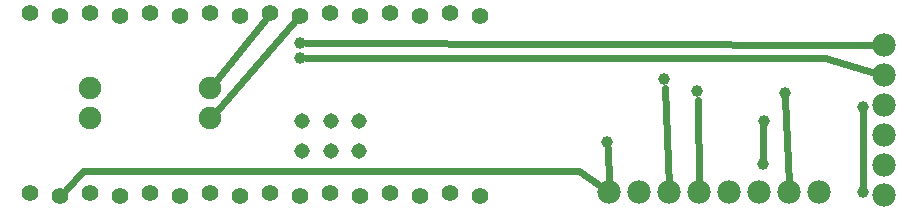
<source format=gtl>
G04 MADE WITH FRITZING*
G04 WWW.FRITZING.ORG*
G04 DOUBLE SIDED*
G04 HOLES PLATED*
G04 CONTOUR ON CENTER OF CONTOUR VECTOR*
%ASAXBY*%
%FSLAX23Y23*%
%MOIN*%
%OFA0B0*%
%SFA1.0B1.0*%
%ADD10C,0.039370*%
%ADD11C,0.078000*%
%ADD12C,0.051496*%
%ADD13C,0.055000*%
%ADD14C,0.075000*%
%ADD15C,0.024000*%
%LNCOPPER1*%
G90*
G70*
G54D10*
X2834Y356D03*
X2834Y73D03*
X959Y568D03*
X959Y518D03*
G54D11*
X2904Y162D03*
X2904Y62D03*
X2904Y362D03*
X2904Y262D03*
X2904Y562D03*
X2904Y462D03*
G54D12*
X1156Y309D03*
X1156Y209D03*
X1156Y309D03*
X1156Y209D03*
X1062Y309D03*
X1062Y209D03*
X1062Y309D03*
X1062Y209D03*
X967Y309D03*
X967Y209D03*
X967Y309D03*
X967Y209D03*
G54D13*
X59Y68D03*
X159Y60D03*
X259Y68D03*
X359Y60D03*
X459Y68D03*
X559Y60D03*
X659Y68D03*
X759Y60D03*
X859Y68D03*
X959Y60D03*
X1059Y68D03*
X1159Y60D03*
X1259Y68D03*
X1359Y60D03*
X1459Y68D03*
X1559Y60D03*
X59Y68D03*
X159Y60D03*
X259Y68D03*
X359Y60D03*
X459Y68D03*
X559Y60D03*
X659Y68D03*
X759Y60D03*
X859Y68D03*
X959Y60D03*
X1059Y68D03*
X1159Y60D03*
X1259Y68D03*
X1359Y60D03*
X1459Y68D03*
X1559Y60D03*
X59Y668D03*
X159Y660D03*
X259Y668D03*
X359Y660D03*
X459Y668D03*
X559Y660D03*
X659Y668D03*
X759Y660D03*
X859Y668D03*
X959Y660D03*
X1059Y668D03*
X1159Y660D03*
X1259Y668D03*
X1359Y660D03*
X1459Y668D03*
X1559Y660D03*
X59Y668D03*
X159Y660D03*
X259Y668D03*
X359Y660D03*
X459Y668D03*
X559Y660D03*
X659Y668D03*
X759Y660D03*
X859Y668D03*
X959Y660D03*
X1059Y668D03*
X1159Y660D03*
X1259Y668D03*
X1359Y660D03*
X1459Y668D03*
X1559Y660D03*
G54D11*
X1990Y73D03*
X2090Y73D03*
X2190Y73D03*
X2290Y73D03*
X2390Y73D03*
X2490Y73D03*
X2590Y73D03*
X2690Y73D03*
G54D10*
X1983Y238D03*
X2503Y167D03*
X2574Y403D03*
X2283Y410D03*
X2504Y309D03*
X2172Y451D03*
G54D14*
X259Y318D03*
X659Y318D03*
X259Y418D03*
X659Y418D03*
G54D15*
X2709Y518D02*
X2875Y470D01*
D02*
X978Y518D02*
X2709Y518D01*
D02*
X1888Y143D02*
X1965Y90D01*
D02*
X178Y81D02*
X235Y143D01*
D02*
X235Y143D02*
X1888Y143D01*
D02*
X1989Y103D02*
X1984Y219D01*
D02*
X2834Y92D02*
X2834Y337D01*
D02*
X978Y568D02*
X2874Y562D01*
D02*
X2290Y92D02*
X2284Y379D01*
D02*
X2575Y384D02*
X2589Y103D01*
D02*
X2503Y290D02*
X2503Y186D01*
D02*
X2189Y92D02*
X2174Y420D01*
D02*
X940Y639D02*
X678Y340D01*
D02*
X841Y646D02*
X677Y441D01*
G04 End of Copper1*
M02*
</source>
